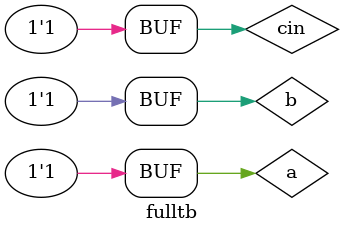
<source format=v>
`timescale 1ns / 1ps


module fulltb();
    reg cin,a,b;
    wire s,cout;
    fulladder dut(.cin(cin),.a(a),.b(b),.s(s),.cout(cout));
    initial begin
    #10
    a=0;b=0;cin=0;
    #50
     a=0;b=0;cin=1;
    #50
     a=0;b=1;cin=0;
    #50;
     a=0;b=1;cin=1;
    #50;
     a=1;b=0;cin=0;
    #50;
     a=1;b=0;cin=1;
    #50;
     a=1;b=1;cin=0;
    #50;
     a=1;b=1;cin=1;
    #50;
    end    
endmodule

</source>
